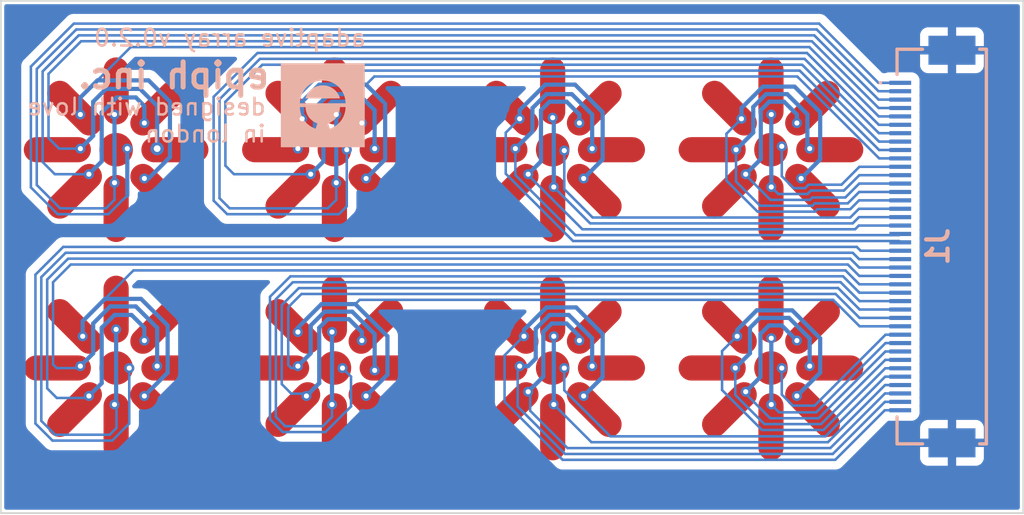
<source format=kicad_pcb>
(kicad_pcb (version 20221018) (generator pcbnew)
  (layers (0 "F.Cu" signal) (31 "B.Cu" signal) (34 "B.Paste" user) (35 "F.Paste" user) (36 "B.SilkS" user "B.Silkscreen") (37 "F.SilkS" user "F.Silkscreen") (38 "B.Mask" user) (39 "F.Mask" user) (44 "Edge.Cuts" user))
  (net 0 "")
  (net 1 "/NODE_1")
  (net 2 "/FIN1_1")
  (net 3 "/FIN2_1")
  (net 4 "/FIN3_1")
  (net 5 "/FIN4_1")
  (net 6 "/NODE_2")
  (net 7 "/FIN1_2")
  (net 8 "/FIN2_2")
  (net 9 "/FIN3_2")
  (net 10 "/FIN4_2")
  (net 11 "/NODE_3")
  (net 12 "/FIN1_3")
  (net 13 "/FIN2_3")
  (net 14 "/FIN3_3")
  (net 15 "/FIN4_3")
  (net 16 "/NODE_4")
  (net 17 "/FIN1_4")
  (net 18 "/FIN2_4")
  (net 19 "/FIN3_4")
  (net 20 "/FIN4_4")
  (net 21 "/NODE_5")
  (net 22 "/FIN1_5")
  (net 23 "/FIN2_5")
  (net 24 "/FIN3_5")
  (net 25 "/FIN4_5")
  (net 26 "/NODE_6")
  (net 27 "/FIN1_6")
  (net 28 "/FIN2_6")
  (net 29 "/FIN3_6")
  (net 30 "/FIN4_6")
  (net 31 "/NODE_7")
  (net 32 "/FIN1_7")
  (net 33 "/FIN2_7")
  (net 34 "/FIN3_7")
  (net 35 "/FIN4_7")
  (net 36 "/NODE_8")
  (net 37 "/FIN1_8")
  (net 38 "/FIN2_8")
  (net 39 "/FIN3_8")
  (net 40 "/FIN4_8")
  (net 41 "GND")
  (footprint "Epiph:adaptive-array" (layer "F.Cu") (at 50.557 32.642)
    (fp_text reference "J2" hide)
    (fp_text value "ELECTRODES" hide)
  )
  (footprint "Misc[Personal]:epiph_logo" (layer "B.Cu") (at 43.18 23.876 180)
    (fp_text reference "G***" hide)
    (fp_text value "LOGO" hide)
  )
  (footprint "Misc[Personal]:F32D1A7Y121040" (layer "B.Cu") (at 80.041 32.289 -90)
    (fp_text reference "J1")
    (fp_text value "PINOUT" hide)
  )
  (gr_rect (start 24.006 17.656) (end 84.895 48.164) (stroke (width 0.1)) (fill none) (layer "Edge.Cuts"))
  (gr_text "designed with love\nin london" (at 39.878 26.162) (layer "B.SilkS") (effects (font (size 1 1)) (justify left bottom mirror)))
  (gr_text "adaptive array v0.2.0" (at 45.847 20.447) (layer "B.SilkS") (effects (font (size 1 1)) (justify left bottom mirror)))
  (gr_text "epiph inc." (at 40.132 22.987) (layer "B.SilkS") (effects (font (size 1.5 1.5) (thickness 0.3) bold) (justify left bottom mirror)))
  (segment (start 30.872 26.522) (end 31.472 26.522) (width 0.15) (layer "F.Cu") (net 1))
  (segment (start 31.472 26.522) (end 31.537 26.457) (width 0.15) (layer "F.Cu") (net 1))
  (via (at 31.537 26.457) (size 0.6) (drill 0.3) (layers "F.Cu" "B.Cu") (net 1))
  (segment (start 72.741766 19.011) (end 76.269766 22.539) (width 0.15) (layer "B.Cu") (net 1))
  (segment (start 76.269766 22.539) (end 77.571 22.539) (width 0.15) (layer "B.Cu") (net 1))
  (segment (start 30.411974 30.363) (end 27.391526 30.363) (width 0.15) (layer "B.Cu") (net 1))
  (segment (start 25.795 21.570078) (end 28.354078 19.011) (width 0.15) (layer "B.Cu") (net 1))
  (segment (start 27.391526 30.363) (end 25.795 28.766474) (width 0.15) (layer "B.Cu") (net 1))
  (segment (start 31.283 29.505) (end 31.269974 29.505) (width 0.15) (layer "B.Cu") (net 1))
  (segment (start 28.354078 19.011) (end 72.741766 19.011) (width 0.15) (layer "B.Cu") (net 1))
  (segment (start 25.795 28.766474) (end 25.795 21.570078) (width 0.15) (layer "B.Cu") (net 1))
  (segment (start 31.269974 29.505) (end 30.411974 30.363) (width 0.15) (layer "B.Cu") (net 1))
  (segment (start 31.537 29.251) (end 31.283 29.505) (width 0.15) (layer "B.Cu") (net 1))
  (segment (start 31.537 26.457) (end 31.537 29.251) (width 0.25) (layer "B.Cu") (net 1))
  (segment (start 30.775 28.489) (end 30.775 29.925) (width 0.15) (layer "F.Cu") (net 2))
  (segment (start 30.775 29.925) (end 30.872 30.022) (width 0.15) (layer "F.Cu") (net 2))
  (via (at 30.775 24.425) (size 0.6) (drill 0.3) (layers "F.Cu" "B.Cu") (net 2))
  (via (at 30.775 28.489) (size 0.6) (drill 0.3) (layers "F.Cu" "B.Cu") (net 2))
  (segment (start 30.775 28.489) (end 30.775 29.505) (width 0.15) (layer "B.Cu") (net 2))
  (segment (start 28.499052 19.361) (end 72.596792 19.361) (width 0.15) (layer "B.Cu") (net 2))
  (segment (start 30.267 30.013) (end 27.5365 30.013) (width 0.15) (layer "B.Cu") (net 2))
  (segment (start 26.145 28.6215) (end 26.145 21.715052) (width 0.15) (layer "B.Cu") (net 2))
  (segment (start 30.775 29.505) (end 30.267 30.013) (width 0.15) (layer "B.Cu") (net 2))
  (segment (start 30.775 24.425) (end 30.775 28.489) (width 0.25) (layer "B.Cu") (net 2))
  (segment (start 27.5365 30.013) (end 26.145 28.6215) (width 0.15) (layer "B.Cu") (net 2))
  (segment (start 76.274792 23.039) (end 77.571 23.039) (width 0.15) (layer "B.Cu") (net 2))
  (segment (start 72.596792 19.361) (end 76.274792 23.039) (width 0.15) (layer "B.Cu") (net 2))
  (segment (start 26.145 21.715052) (end 28.499052 19.361) (width 0.15) (layer "B.Cu") (net 2))
  (segment (start 33.347 24.047) (end 33.347 24.139) (width 0.15) (layer "F.Cu") (net 3))
  (segment (start 28.397 28.997) (end 28.235 28.997) (width 0.15) (layer "F.Cu") (net 3))
  (segment (start 33.347 24.139) (end 32.553 24.933) (width 0.15) (layer "F.Cu") (net 3))
  (segment (start 28.397 28.835) (end 29.251 27.981) (width 0.15) (layer "F.Cu") (net 3))
  (segment (start 28.397 28.997) (end 28.397 28.835) (width 0.15) (layer "F.Cu") (net 3))
  (via (at 29.251 27.981) (size 0.6) (drill 0.3) (layers "F.Cu" "B.Cu") (net 3))
  (via (at 32.553 24.933) (size 0.6) (drill 0.3) (layers "F.Cu" "B.Cu") (net 3))
  (segment (start 30.013 27.219) (end 29.251 27.981) (width 0.25) (layer "B.Cu") (net 3))
  (segment (start 76.279818 23.539) (end 77.571 23.539) (width 0.15) (layer "B.Cu") (net 3))
  (segment (start 26.495 21.860026) (end 28.644026 19.711) (width 0.15) (layer "B.Cu") (net 3))
  (segment (start 72.451818 19.711) (end 76.279818 23.539) (width 0.15) (layer "B.Cu") (net 3))
  (segment (start 27.219 27.981) (end 26.495 27.257) (width 0.15) (layer "B.Cu") (net 3))
  (segment (start 30.907116 23.409) (end 32.045 23.409) (width 0.25) (layer "B.Cu") (net 3))
  (segment (start 26.495 27.257) (end 26.495 21.860026) (width 0.15) (layer "B.Cu") (net 3))
  (segment (start 28.644026 19.711) (end 72.451818 19.711) (width 0.15) (layer "B.Cu") (net 3))
  (segment (start 32.553 24.933) (end 32.553 23.917) (width 0.25) (layer "B.Cu") (net 3))
  (segment (start 32.045 23.409) (end 32.553 23.917) (width 0.25) (layer "B.Cu") (net 3))
  (segment (start 30.013 24.303116) (end 30.013 27.219) (width 0.25) (layer "B.Cu") (net 3))
  (segment (start 29.251 27.981) (end 27.219 27.981) (width 0.15) (layer "B.Cu") (net 3))
  (segment (start 30.907116 23.409) (end 30.013 24.303116) (width 0.25) (layer "B.Cu") (net 3))
  (segment (start 27.372 26.522) (end 28.678 26.522) (width 0.15) (layer "F.Cu") (net 4))
  (segment (start 34.372 26.522) (end 33.38 26.522) (width 0.15) (layer "F.Cu") (net 4))
  (segment (start 28.678 26.522) (end 28.743 26.457) (width 0.15) (layer "F.Cu") (net 4))
  (segment (start 27.372 26.522) (end 27.408 26.522) (width 0.15) (layer "F.Cu") (net 4))
  (segment (start 27.408 26.522) (end 27.473 26.457) (width 0.15) (layer "F.Cu") (net 4))
  (segment (start 33.38 26.522) (end 33.315 26.457) (width 0.15) (layer "F.Cu") (net 4))
  (via (at 33.315 26.457) (size 0.8) (drill 0.4) (layers "F.Cu" "B.Cu") (net 4))
  (via (at 28.743 26.457) (size 0.6) (drill 0.3) (layers "F.Cu" "B.Cu") (net 4))
  (segment (start 28.743 26.457) (end 27.473 26.457) (width 0.15) (layer "B.Cu") (net 4))
  (segment (start 76.284844 24.039) (end 77.571 24.039) (width 0.15) (layer "B.Cu") (net 4))
  (segment (start 29.505 25.695) (end 29.505 23.663) (width 0.25) (layer "B.Cu") (net 4))
  (segment (start 27.473 26.457) (end 26.845 25.829) (width 0.15) (layer "B.Cu") (net 4))
  (segment (start 28.743 26.457) (end 29.505 25.695) (width 0.25) (layer "B.Cu") (net 4))
  (segment (start 72.306844 20.061) (end 76.284844 24.039) (width 0.15) (layer "B.Cu") (net 4))
  (segment (start 28.789 20.061) (end 72.306844 20.061) (width 0.15) (layer "B.Cu") (net 4))
  (segment (start 26.845 22.005) (end 28.789 20.061) (width 0.15) (layer "B.Cu") (net 4))
  (segment (start 26.845 25.829) (end 26.845 22.005) (width 0.15) (layer "B.Cu") (net 4))
  (segment (start 33.315 26.457) (end 33.315 23.917) (width 0.25) (layer "B.Cu") (net 4))
  (segment (start 33.315 23.917) (end 32.299 22.901) (width 0.25) (layer "B.Cu") (net 4))
  (segment (start 29.505 23.663) (end 30.267 22.901) (width 0.25) (layer "B.Cu") (net 4))
  (segment (start 30.267 22.901) (end 32.299 22.901) (width 0.25) (layer "B.Cu") (net 4))
  (segment (start 33.347 28.997) (end 33.315 28.997) (width 0.15) (layer "F.Cu") (net 5))
  (segment (start 33.315 28.997) (end 32.553 28.235) (width 0.15) (layer "F.Cu") (net 5))
  (segment (start 28.397 24.079) (end 28.489 24.171) (width 0.15) (layer "F.Cu") (net 5))
  (segment (start 28.397 24.079) (end 28.743 24.425) (width 0.15) (layer "F.Cu") (net 5))
  (segment (start 28.397 24.047) (end 28.397 24.079) (width 0.15) (layer "F.Cu") (net 5))
  (via (at 32.553 28.235) (size 0.6) (drill 0.3) (layers "F.Cu" "B.Cu") (net 5))
  (via (at 28.743 24.425) (size 0.6) (drill 0.3) (layers "F.Cu" "B.Cu") (net 5))
  (segment (start 29.759 22.393) (end 31.741 20.411) (width 0.15) (layer "B.Cu") (net 5))
  (segment (start 32.807 22.393) (end 34.077 23.663) (width 0.25) (layer "B.Cu") (net 5))
  (segment (start 32.807 28.235) (end 32.553 28.235) (width 0.15) (layer "B.Cu") (net 5))
  (segment (start 34.077 23.663) (end 34.077 26.965) (width 0.25) (layer "B.Cu") (net 5))
  (segment (start 28.743 23.409) (end 29.759 22.393) (width 0.25) (layer "B.Cu") (net 5))
  (segment (start 34.077 26.965) (end 32.807 28.235) (width 0.25) (layer "B.Cu") (net 5))
  (segment (start 76.28987 24.539) (end 77.571 24.539) (width 0.15) (layer "B.Cu") (net 5))
  (segment (start 31.741 20.411) (end 72.16187 20.411) (width 0.15) (layer "B.Cu") (net 5))
  (segment (start 29.759 22.393) (end 32.807 22.393) (width 0.25) (layer "B.Cu") (net 5))
  (segment (start 72.16187 20.411) (end 76.28987 24.539) (width 0.15) (layer "B.Cu") (net 5))
  (segment (start 28.743 24.425) (end 28.743 23.409) (width 0.25) (layer "B.Cu") (net 5))
  (segment (start 44.426 26.522) (end 44.491 26.457) (width 0.15) (layer "F.Cu") (net 6))
  (segment (start 43.872 26.522) (end 44.6075 26.522) (width 0.15) (layer "F.Cu") (net 6))
  (via (at 44.6075 26.522) (size 0.6) (drill 0.3) (layers "F.Cu" "B.Cu") (net 6))
  (segment (start 44.6075 29.8965) (end 44.141 30.363) (width 0.15) (layer "B.Cu") (net 6))
  (segment (start 37.488025 30.363) (end 36.679 29.553974) (width 0.15) (layer "B.Cu") (net 6))
  (segment (start 44.6075 26.522) (end 44.6075 29.8965) (width 0.15) (layer "B.Cu") (net 6))
  (segment (start 36.679 23.373052) (end 39.291052 20.761) (width 0.15) (layer "B.Cu") (net 6))
  (segment (start 72.016896 20.761) (end 76.294896 25.039) (width 0.15) (layer "B.Cu") (net 6))
  (segment (start 44.141 30.363) (end 37.488025 30.363) (width 0.15) (layer "B.Cu") (net 6))
  (segment (start 76.294896 25.039) (end 77.571 25.039) (width 0.15) (layer "B.Cu") (net 6))
  (segment (start 39.291052 20.761) (end 72.016896 20.761) (width 0.15) (layer "B.Cu") (net 6))
  (segment (start 36.679 29.553974) (end 36.679 23.373052) (width 0.15) (layer "B.Cu") (net 6))
  (segment (start 43.983 29.911) (end 43.872 30.022) (width 0.15) (layer "F.Cu") (net 7))
  (segment (start 43.872 28.6) (end 43.983 28.489) (width 0.15) (layer "F.Cu") (net 7))
  (segment (start 43.872 23.022) (end 43.872 24.314) (width 0.15) (layer "F.Cu") (net 7))
  (segment (start 43.872 24.314) (end 43.983 24.425) (width 0.15) (layer "F.Cu") (net 7))
  (segment (start 43.872 30.022) (end 43.872 28.6) (width 0.15) (layer "F.Cu") (net 7))
  (segment (start 43.983 28.489) (end 43.983 29.911) (width 0.15) (layer "F.Cu") (net 7))
  (via (at 43.983 24.425) (size 0.6) (drill 0.3) (layers "F.Cu" "B.Cu") (net 7))
  (via (at 43.983 28.489) (size 0.6) (drill 0.3) (layers "F.Cu" "B.Cu") (net 7))
  (segment (start 43.983 24.425) (end 43.983 28.489) (width 0.25) (layer "B.Cu") (net 7))
  (segment (start 43.983 29.505) (end 43.475 30.013) (width 0.15) (layer "B.Cu") (net 7))
  (segment (start 76.299922 25.539) (end 77.571 25.539) (width 0.15) (layer "B.Cu") (net 7))
  (segment (start 39.436026 21.111) (end 71.871922 21.111) (width 0.15) (layer "B.Cu") (net 7))
  (segment (start 43.475 30.013) (end 37.633 30.013) (width 0.15) (layer "B.Cu") (net 7))
  (segment (start 71.871922 21.111) (end 76.299922 25.539) (width 0.15) (layer "B.Cu") (net 7))
  (segment (start 37.029 23.518026) (end 39.436026 21.111) (width 0.15) (layer "B.Cu") (net 7))
  (segment (start 43.983 28.489) (end 43.983 29.505) (width 0.15) (layer "B.Cu") (net 7))
  (segment (start 37.029 29.409) (end 37.029 23.518026) (width 0.15) (layer "B.Cu") (net 7))
  (segment (start 37.633 30.013) (end 37.029 29.409) (width 0.15) (layer "B.Cu") (net 7))
  (segment (start 46.347 24.093) (end 45.507 24.933) (width 0.15) (layer "F.Cu") (net 8))
  (segment (start 41.397 28.997) (end 41.443 28.997) (width 0.15) (layer "F.Cu") (net 8))
  (segment (start 41.443 28.997) (end 42.459 27.981) (width 0.15) (layer "F.Cu") (net 8))
  (segment (start 46.347 24.047) (end 46.347 24.093) (width 0.15) (layer "F.Cu") (net 8))
  (via (at 45.507 24.933) (size 0.6) (drill 0.3) (layers "F.Cu" "B.Cu") (net 8))
  (via (at 42.459 27.981) (size 0.6) (drill 0.3) (layers "F.Cu" "B.Cu") (net 8))
  (segment (start 37.887 27.981) (end 37.379 27.473) (width 0.15) (layer "B.Cu") (net 8))
  (segment (start 71.726948 21.461) (end 76.304948 26.039) (width 0.15) (layer "B.Cu") (net 8))
  (segment (start 37.379 23.663) (end 39.581 21.461) (width 0.15) (layer "B.Cu") (net 8))
  (segment (start 42.459 27.981) (end 43.221 27.219) (width 0.25) (layer "B.Cu") (net 8))
  (segment (start 39.581 21.461) (end 71.726948 21.461) (width 0.15) (layer "B.Cu") (net 8))
  (segment (start 43.221 27.219) (end 43.221 24.171) (width 0.25) (layer "B.Cu") (net 8))
  (segment (start 43.221 24.171) (end 43.729 23.663) (width 0.25) (layer "B.Cu") (net 8))
  (segment (start 37.379 27.473) (end 37.379 23.663) (width 0.15) (layer "B.Cu") (net 8))
  (segment (start 76.304948 26.039) (end 77.571 26.039) (width 0.15) (layer "B.Cu") (net 8))
  (segment (start 45.507 24.425) (end 45.507 24.933) (width 0.25) (layer "B.Cu") (net 8))
  (segment (start 44.745 23.663) (end 45.507 24.425) (width 0.25) (layer "B.Cu") (net 8))
  (segment (start 43.729 23.663) (end 44.745 23.663) (width 0.25) (layer "B.Cu") (net 8))
  (segment (start 42.459 27.981) (end 37.887 27.981) (width 0.15) (layer "B.Cu") (net 8))
  (segment (start 47.372 26.522) (end 46.334 26.522) (width 0.15) (layer "F.Cu") (net 9))
  (segment (start 46.334 26.522) (end 46.269 26.457) (width 0.15) (layer "F.Cu") (net 9))
  (segment (start 40.372 26.522) (end 41.632 26.522) (width 0.15) (layer "F.Cu") (net 9))
  (segment (start 41.632 26.522) (end 41.697 26.457) (width 0.15) (layer "F.Cu") (net 9))
  (via (at 46.269 26.457) (size 0.6) (drill 0.3) (layers "F.Cu" "B.Cu") (net 9))
  (via (at 41.697 26.457) (size 0.6) (drill 0.3) (layers "F.Cu" "B.Cu") (net 9))
  (segment (start 42.713 24.042604) (end 43.542604 23.213) (width 0.25) (layer "B.Cu") (net 9))
  (segment (start 42.713 25.441) (end 42.713 24.042604) (width 0.25) (layer "B.Cu") (net 9))
  (segment (start 41.551 23.568026) (end 41.551 23.497314) (width 0.15) (layer "B.Cu") (net 9))
  (segment (start 41.551 23.497314) (end 43.237315 21.811) (width 0.15) (layer "B.Cu") (net 9))
  (segment (start 46.269 24.171) (end 46.269 26.457) (width 0.25) (layer "B.Cu") (net 9))
  (segment (start 71.581974 21.811) (end 76.309974 26.539) (width 0.15) (layer "B.Cu") (net 9))
  (segment (start 41.376 26.136) (end 41.376 23.743026) (width 0.15) (layer "B.Cu") (net 9))
  (segment (start 43.542604 23.213) (end 45.311 23.213) (width 0.25) (layer "B.Cu") (net 9))
  (segment (start 41.697 26.457) (end 41.376 26.136) (width 0.15) (layer "B.Cu") (net 9))
  (segment (start 41.697 26.457) (end 42.713 25.441) (width 0.25) (layer "B.Cu") (net 9))
  (segment (start 45.311 23.213) (end 46.269 24.171) (width 0.25) (layer "B.Cu") (net 9))
  (segment (start 41.376 23.743026) (end 41.551 23.568026) (width 0.15) (layer "B.Cu") (net 9))
  (segment (start 76.309974 26.539) (end 77.571 26.539) (width 0.15) (layer "B.Cu") (net 9))
  (segment (start 43.237315 21.811) (end 71.581974 21.811) (width 0.15) (layer "B.Cu") (net 9))
  (segment (start 41.397 24.047) (end 41.397 24.125) (width 0.15) (layer "F.Cu") (net 10))
  (segment (start 46.347 28.821) (end 45.761 28.235) (width 0.15) (layer "F.Cu") (net 10))
  (segment (start 46.347 28.997) (end 46.347 28.821) (width 0.15) (layer "F.Cu") (net 10))
  (segment (start 41.397 24.125) (end 41.951 24.679) (width 0.15) (layer "F.Cu") (net 10))
  (via (at 41.951 24.679) (size 0.6) (drill 0.3) (layers "F.Cu" "B.Cu") (net 10))
  (via (at 45.761 28.235) (size 0.6) (drill 0.3) (layers "F.Cu" "B.Cu") (net 10))
  (segment (start 71.437 22.161) (end 46.247 22.161) (width 0.15) (layer "B.Cu") (net 10))
  (segment (start 46.777 23.663) (end 46.894 23.78) (width 0.15) (layer "B.Cu") (net 10))
  (segment (start 46.894 27.102) (end 45.761 28.235) (width 0.25) (layer "B.Cu") (net 10))
  (segment (start 45.761 22.647) (end 46.777 23.663) (width 0.25) (layer "B.Cu") (net 10))
  (segment (start 41.951 23.663) (end 42.967 22.647) (width 0.25) (layer "B.Cu") (net 10))
  (segment (start 46.894 23.78) (end 46.894 27.102) (width 0.25) (layer "B.Cu") (net 10))
  (segment (start 76.315 27.039) (end 71.437 22.161) (width 0.15) (layer "B.Cu") (net 10))
  (segment (start 46.247 22.161) (end 45.761 22.647) (width 0.15) (layer "B.Cu") (net 10))
  (segment (start 77.571 27.039) (end 76.315 27.039) (width 0.15) (layer "B.Cu") (net 10))
  (segment (start 42.967 22.647) (end 45.761 22.647) (width 0.25) (layer "B.Cu") (net 10))
  (segment (start 41.951 24.679) (end 41.951 23.663) (width 0.25) (layer "B.Cu") (net 10))
  (segment (start 57.51 26.522) (end 57.562 26.574) (width 0.15) (layer "F.Cu") (net 11))
  (segment (start 56.872 26.522) (end 57.51 26.522) (width 0.15) (layer "F.Cu") (net 11))
  (via (at 57.562 26.574) (size 0.6) (drill 0.3) (layers "F.Cu" "B.Cu") (net 11))
  (segment (start 57.562 28.873026) (end 59.248974 30.56) (width 0.15) (layer "B.Cu") (net 11))
  (segment (start 59.248974 30.56) (end 74.59287 30.56) (width 0.15) (layer "B.Cu") (net 11))
  (segment (start 57.562 26.574) (end 57.562 28.873026) (width 0.15) (layer "B.Cu") (net 11))
  (segment (start 74.59287 30.56) (end 75.11387 30.039) (width 0.15) (layer "B.Cu") (net 11))
  (segment (start 75.11387 30.039) (end 77.571 30.039) (width 0.15) (layer "B.Cu") (net 11))
  (segment (start 56.872 28.808) (end 56.937 28.743) (width 0.15) (layer "F.Cu") (net 12))
  (segment (start 56.872 30.022) (end 56.872 28.808) (width 0.15) (layer "F.Cu") (net 12))
  (segment (start 56.872 24.614) (end 56.937 24.679) (width 0.15) (layer "F.Cu") (net 12))
  (segment (start 56.872 23.022) (end 56.872 24.614) (width 0.15) (layer "F.Cu") (net 12))
  (via (at 56.937 28.743) (size 0.6) (drill 0.3) (layers "F.Cu" "B.Cu") (net 12))
  (via (at 56.872 24.614) (size 0.6) (drill 0.3) (layers "F.Cu" "B.Cu") (net 12))
  (segment (start 75.108844 30.539) (end 77.571 30.539) (width 0.15) (layer "B.Cu") (net 12))
  (segment (start 74.737844 30.91) (end 75.108844 30.539) (width 0.15) (layer "B.Cu") (net 12))
  (segment (start 59.104 30.91) (end 74.737844 30.91) (width 0.15) (layer "B.Cu") (net 12))
  (segment (start 56.937 28.743) (end 59.104 30.91) (width 0.15) (layer "B.Cu") (net 12))
  (segment (start 56.937 24.679) (end 56.872 24.614) (width 0.15) (layer "B.Cu") (net 12))
  (segment (start 56.937 28.743) (end 56.937 24.679) (width 0.25) (layer "B.Cu") (net 12))
  (segment (start 59.347 24.047) (end 58.461 24.933) (width 0.15) (layer "F.Cu") (net 13))
  (segment (start 54.397 28.997) (end 55.413 27.981) (width 0.15) (layer "F.Cu") (net 13))
  (via (at 55.413 27.981) (size 0.6) (drill 0.3) (layers "F.Cu" "B.Cu") (net 13))
  (via (at 58.461 24.933) (size 0.6) (drill 0.3) (layers "F.Cu" "B.Cu") (net 13))
  (segment (start 55.413 27.981) (end 56.175 27.219) (width 0.25) (layer "B.Cu") (net 13))
  (segment (start 56.683 23.663) (end 57.699 23.663) (width 0.25) (layer "B.Cu") (net 13))
  (segment (start 57.699 23.663) (end 58.461 24.425) (width 0.25) (layer "B.Cu") (net 13))
  (segment (start 74.882818 31.26) (end 75.103818 31.039) (width 0.15) (layer "B.Cu") (net 13))
  (segment (start 58.461 24.425) (end 58.461 24.933) (width 0.25) (layer "B.Cu") (net 13))
  (segment (start 56.175 24.171) (end 56.683 23.663) (width 0.25) (layer "B.Cu") (net 13))
  (segment (start 75.103818 31.039) (end 77.571 31.039) (width 0.15) (layer "B.Cu") (net 13))
  (segment (start 55.413 27.981) (end 55.413 28.032173) (width 0.15) (layer "B.Cu") (net 13))
  (segment (start 56.175 27.219) (end 56.175 24.171) (width 0.25) (layer "B.Cu") (net 13))
  (segment (start 55.413 28.032173) (end 58.640827 31.26) (width 0.15) (layer "B.Cu") (net 13))
  (segment (start 58.640827 31.26) (end 74.882818 31.26) (width 0.15) (layer "B.Cu") (net 13))
  (segment (start 53.372 26.522) (end 54.586 26.522) (width 0.15) (layer "F.Cu") (net 14))
  (segment (start 60.372 26.522) (end 59.288 26.522) (width 0.15) (layer "F.Cu") (net 14))
  (segment (start 54.586 26.522) (end 54.651 26.457) (width 0.15) (layer "F.Cu") (net 14))
  (segment (start 59.288 26.522) (end 59.223 26.457) (width 0.15) (layer "F.Cu") (net 14))
  (via (at 54.651 26.457) (size 0.6) (drill 0.3) (layers "F.Cu" "B.Cu") (net 14))
  (via (at 59.223 26.457) (size 0.6) (drill 0.3) (layers "F.Cu" "B.Cu") (net 14))
  (segment (start 54.651 26.457) (end 55.667 25.441) (width 0.25) (layer "B.Cu") (net 14))
  (segment (start 55.667 24.042604) (end 56.496604 23.213) (width 0.25) (layer "B.Cu") (net 14))
  (segment (start 58.228827 31.61) (end 77.5 31.61) (width 0.15) (layer "B.Cu") (net 14))
  (segment (start 77.5 31.61) (end 77.571 31.539) (width 0.15) (layer "B.Cu") (net 14))
  (segment (start 58.011 23.213) (end 59.223 24.425) (width 0.25) (layer "B.Cu") (net 14))
  (segment (start 55.667 24.171) (end 55.667 24.042604) (width 0.25) (layer "B.Cu") (net 14))
  (segment (start 54.651 28.032173) (end 58.228827 31.61) (width 0.15) (layer "B.Cu") (net 14))
  (segment (start 59.223 24.425) (end 59.223 26.457) (width 0.25) (layer "B.Cu") (net 14))
  (segment (start 55.667 25.441) (end 55.667 24.171) (width 0.25) (layer "B.Cu") (net 14))
  (segment (start 54.651 26.457) (end 54.651 28.032173) (width 0.15) (layer "B.Cu") (net 14))
  (segment (start 56.496604 23.213) (end 58.011 23.213) (width 0.25) (layer "B.Cu") (net 14))
  (segment (start 59.347 28.867) (end 58.715 28.235) (width 0.15) (layer "F.Cu") (net 15))
  (segment (start 54.397 24.171) (end 54.905 24.679) (width 0.15) (layer "F.Cu") (net 15))
  (segment (start 54.397 24.047) (end 54.397 24.171) (width 0.15) (layer "F.Cu") (net 15))
  (segment (start 59.347 28.997) (end 59.347 28.867) (width 0.15) (layer "F.Cu") (net 15))
  (via (at 54.905 24.679) (size 0.6) (drill 0.3) (layers "F.Cu" "B.Cu") (net 15))
  (via (at 58.715 28.235) (size 0.6) (drill 0.3) (layers "F.Cu" "B.Cu") (net 15))
  (segment (start 59.848 27.102) (end 58.715 28.235) (width 0.25) (layer "B.Cu") (net 15))
  (segment (start 58.207 22.647) (end 59.731 24.171) (width 0.25) (layer "B.Cu") (net 15))
  (segment (start 77.492 31.96) (end 77.571 32.039) (width 0.15) (layer "B.Cu") (net 15))
  (segment (start 54.076 25.508) (end 54.076 27.952147) (width 0.15) (layer "B.Cu") (net 15))
  (segment (start 59.731 24.171) (end 59.848 24.288) (width 0.25) (layer "B.Cu") (net 15))
  (segment (start 54.905 24.679) (end 54.076 25.508) (width 0.15) (layer "B.Cu") (net 15))
  (segment (start 54.905 24.679) (end 54.905 24.168208) (width 0.25) (layer "B.Cu") (net 15))
  (segment (start 56.426208 22.647) (end 58.207 22.647) (width 0.25) (layer "B.Cu") (net 15))
  (segment (start 54.076 27.952147) (end 58.083853 31.96) (width 0.15) (layer "B.Cu") (net 15))
  (segment (start 58.083853 31.96) (end 77.492 31.96) (width 0.15) (layer "B.Cu") (net 15))
  (segment (start 59.848 24.288) (end 59.848 27.102) (width 0.25) (layer "B.Cu") (net 15))
  (segment (start 54.905 24.168208) (end 56.426208 22.647) (width 0.25) (layer "B.Cu") (net 15))
  (segment (start 69.872 26.522) (end 70.314 26.522) (width 0.15) (layer "F.Cu") (net 16))
  (segment (start 70.314 26.522) (end 70.516 26.32) (width 0.15) (layer "F.Cu") (net 16))
  (via (at 70.516 26.32) (size 0.6) (drill 0.3) (layers "F.Cu" "B.Cu") (net 16))
  (segment (start 70.516 26.32) (end 70.516 28.098) (width 0.15) (layer "B.Cu") (net 16))
  (segment (start 74.072 28.606) (end 75.139 27.539) (width 0.15) (layer "B.Cu") (net 16))
  (segment (start 71.228 28.81) (end 71.907173 28.81) (width 0.15) (layer "B.Cu") (net 16))
  (segment (start 72.111173 28.606) (end 74.072 28.606) (width 0.15) (layer "B.Cu") (net 16))
  (segment (start 71.907173 28.81) (end 72.111173 28.606) (width 0.15) (layer "B.Cu") (net 16))
  (segment (start 75.139 27.539) (end 77.571 27.539) (width 0.15) (layer "B.Cu") (net 16))
  (segment (start 70.516 28.098) (end 71.228 28.81) (width 0.15) (layer "B.Cu") (net 16))
  (segment (start 69.872 28.762) (end 69.891 28.743) (width 0.15) (layer "F.Cu") (net 17))
  (segment (start 69.872 30.022) (end 69.872 28.762) (width 0.15) (layer "F.Cu") (net 17))
  (segment (start 69.872 23.022) (end 69.872 24.406) (width 0.15) (layer "F.Cu") (net 17))
  (segment (start 69.872 24.406) (end 69.891 24.425) (width 0.15) (layer "F.Cu") (net 17))
  (via (at 69.891 24.425) (size 0.6) (drill 0.3) (layers "F.Cu" "B.Cu") (net 17))
  (via (at 69.891 28.743) (size 0.6) (drill 0.3) (layers "F.Cu" "B.Cu") (net 17))
  (segment (start 69.891 28.743) (end 70.308 29.16) (width 0.15) (layer "B.Cu") (net 17))
  (segment (start 72.256147 28.956) (end 74.216974 28.956) (width 0.15) (layer "B.Cu") (net 17))
  (segment (start 74.216974 28.956) (end 75.133974 28.039) (width 0.15) (layer "B.Cu") (net 17))
  (segment (start 75.133974 28.039) (end 77.571 28.039) (width 0.15) (layer "B.Cu") (net 17))
  (segment (start 72.052147 29.16) (end 72.256147 28.956) (width 0.15) (layer "B.Cu") (net 17))
  (segment (start 69.891 24.425) (end 69.891 28.743) (width 0.25) (layer "B.Cu") (net 17))
  (segment (start 70.308 29.16) (end 72.052147 29.16) (width 0.15) (layer "B.Cu") (net 17))
  (segment (start 72.347 24.047) (end 72.301 24.047) (width 0.15) (layer "F.Cu") (net 18))
  (segment (start 67.397 28.997) (end 67.397 28.951) (width 0.15) (layer "F.Cu") (net 18))
  (segment (start 67.397 28.951) (end 68.367 27.981) (width 0.15) (layer "F.Cu") (net 18))
  (segment (start 72.301 24.047) (end 71.415 24.933) (width 0.15) (layer "F.Cu") (net 18))
  (via (at 71.415 24.933) (size 0.6) (drill 0.3) (layers "F.Cu" "B.Cu") (net 18))
  (via (at 68.367 27.981) (size 0.6) (drill 0.3) (layers "F.Cu" "B.Cu") (net 18))
  (segment (start 75.128948 28.539) (end 77.571 28.539) (width 0.15) (layer "B.Cu") (net 18))
  (segment (start 74.299948 29.368) (end 75.128948 28.539) (width 0.15) (layer "B.Cu") (net 18))
  (segment (start 68.367 27.981) (end 69.266 27.082) (width 0.25) (layer "B.Cu") (net 18))
  (segment (start 69.844827 29.51) (end 72.197122 29.51) (width 0.15) (layer "B.Cu") (net 18))
  (segment (start 72.197122 29.51) (end 72.339122 29.368) (width 0.15) (layer "B.Cu") (net 18))
  (segment (start 69.769116 23.663) (end 70.653 23.663) (width 0.25) (layer "B.Cu") (net 18))
  (segment (start 68.367 27.981) (end 68.367 28.032173) (width 0.15) (layer "B.Cu") (net 18))
  (segment (start 69.266 27.082) (end 69.266 24.166116) (width 0.25) (layer "B.Cu") (net 18))
  (segment (start 68.367 28.032173) (end 69.844827 29.51) (width 0.15) (layer "B.Cu") (net 18))
  (segment (start 71.415 24.425) (end 71.415 24.933) (width 0.25) (layer "B.Cu") (net 18))
  (segment (start 69.266 24.166116) (end 69.769116 23.663) (width 0.25) (layer "B.Cu") (net 18))
  (segment (start 72.339122 29.368) (end 74.299948 29.368) (width 0.15) (layer "B.Cu") (net 18))
  (segment (start 70.653 23.663) (end 71.415 24.425) (width 0.25) (layer "B.Cu") (net 18))
  (segment (start 72.242 26.522) (end 72.177 26.457) (width 0.15) (layer "F.Cu") (net 19))
  (segment (start 66.372 26.522) (end 67.794 26.522) (width 0.15) (layer "F.Cu") (net 19))
  (segment (start 73.372 26.522) (end 72.242 26.522) (width 0.15) (layer "F.Cu") (net 19))
  (via (at 67.794 26.522) (size 0.6) (drill 0.3) (layers "F.Cu" "B.Cu") (net 19))
  (via (at 72.177 26.457) (size 0.6) (drill 0.3) (layers "F.Cu" "B.Cu") (net 19))
  (segment (start 69.23 29.86) (end 72.342096 29.86) (width 0.15) (layer "B.Cu") (net 19))
  (segment (start 67.792 26.524) (end 67.792 28.422) (width 0.15) (layer "B.Cu") (net 19))
  (segment (start 67.792 28.422) (end 69.23 29.86) (width 0.15) (layer "B.Cu") (net 19))
  (segment (start 68.816 25.5) (end 68.816 23.97972) (width 0.25) (layer "B.Cu") (net 19))
  (segment (start 72.484096 29.718) (end 74.444922 29.718) (width 0.15) (layer "B.Cu") (net 19))
  (segment (start 72.342096 29.86) (end 72.484096 29.718) (width 0.15) (layer "B.Cu") (net 19))
  (segment (start 67.794 26.522) (end 68.816 25.5) (width 0.25) (layer "B.Cu") (net 19))
  (segment (start 72.04 26.32) (end 72.177 26.457) (width 0.15) (layer "B.Cu") (net 19))
  (segment (start 74.444922 29.718) (end 75.123922 29.039) (width 0.15) (layer "B.Cu") (net 19))
  (segment (start 75.123922 29.039) (end 77.571 29.039) (width 0.15) (layer "B.Cu") (net 19))
  (segment (start 72.04 24.413604) (end 72.04 26.32) (width 0.25) (layer "B.Cu") (net 19))
  (segment (start 68.816 23.97972) (end 69.58272 23.213) (width 0.25) (layer "B.Cu") (net 19))
  (segment (start 67.794 26.522) (end 67.792 26.524) (width 0.15) (layer "B.Cu") (net 19))
  (segment (start 69.58272 23.213) (end 70.839396 23.213) (width 0.25) (layer "B.Cu") (net 19))
  (segment (start 70.839396 23.213) (end 72.04 24.413604) (width 0.25) (layer "B.Cu") (net 19))
  (segment (start 72.347 28.913) (end 71.669 28.235) (width 0.15) (layer "F.Cu") (net 20))
  (segment (start 67.481 24.047) (end 68.113 24.679) (width 0.15) (layer "F.Cu") (net 20))
  (segment (start 72.347 28.997) (end 72.347 28.913) (width 0.15) (layer "F.Cu") (net 20))
  (segment (start 67.397 24.047) (end 67.481 24.047) (width 0.15) (layer "F.Cu") (net 20))
  (via (at 68.113 24.679) (size 0.6) (drill 0.3) (layers "F.Cu" "B.Cu") (net 20))
  (via (at 71.669 28.235) (size 0.6) (drill 0.3) (layers "F.Cu" "B.Cu") (net 20))
  (segment (start 74.589896 30.068) (end 75.118896 29.539) (width 0.15) (layer "B.Cu") (net 20))
  (segment (start 72.802 27.102) (end 71.669 28.235) (width 0.25) (layer "B.Cu") (net 20))
  (segment (start 71.277 22.763) (end 72.802 24.288) (width 0.25) (layer "B.Cu") (net 20))
  (segment (start 69.072 30.21) (end 72.48707 30.21) (width 0.15) (layer "B.Cu") (net 20))
  (segment (start 72.48707 30.21) (end 72.62907 30.068) (width 0.15) (layer "B.Cu") (net 20))
  (segment (start 68.113 24.046324) (end 69.396324 22.763) (width 0.25) (layer "B.Cu") (net 20))
  (segment (start 69.396324 22.763) (end 71.277 22.763) (width 0.25) (layer "B.Cu") (net 20))
  (segment (start 72.62907 30.068) (end 74.589896 30.068) (width 0.15) (layer "B.Cu") (net 20))
  (segment (start 68.113 24.679) (end 67.219 25.573) (width 0.15) (layer "B.Cu") (net 20))
  (segment (start 67.219 25.573) (end 67.219 28.357) (width 0.15) (layer "B.Cu") (net 20))
  (segment (start 68.113 24.679) (end 68.113 24.046324) (width 0.25) (layer "B.Cu") (net 20))
  (segment (start 72.802 24.288) (end 72.802 27.102) (width 0.25) (layer "B.Cu") (net 20))
  (segment (start 67.219 28.357) (end 69.072 30.21) (width 0.15) (layer "B.Cu") (net 20))
  (segment (start 75.118896 29.539) (end 77.571 29.539) (width 0.15) (layer "B.Cu") (net 20))
  (segment (start 31.648 39.522) (end 31.654 39.528) (width 0.15) (layer "F.Cu") (net 21))
  (segment (start 30.872 39.522) (end 31.648 39.522) (width 0.15) (layer "F.Cu") (net 21))
  (via (at 31.654 39.528) (size 0.6) (drill 0.3) (layers "F.Cu" "B.Cu") (net 21))
  (segment (start 31.654 42.83) (end 30.638 43.846) (width 0.15) (layer "B.Cu") (net 21))
  (segment (start 74.982 32.31) (end 75.211 32.539) (width 0.15) (layer "B.Cu") (net 21))
  (segment (start 27.722052 32.31) (end 74.982 32.31) (width 0.15) (layer "B.Cu") (net 21))
  (segment (start 30.638 43.846) (end 27.082 43.846) (width 0.15) (layer "B.Cu") (net 21))
  (segment (start 31.654 39.528) (end 31.654 42.83) (width 0.15) (layer "B.Cu") (net 21))
  (segment (start 75.211 32.539) (end 77.571 32.539) (width 0.15) (layer "B.Cu") (net 21))
  (segment (start 26.066 42.83) (end 26.066 33.966052) (width 0.15) (layer "B.Cu") (net 21))
  (segment (start 26.066 33.966052) (end 27.722052 32.31) (width 0.15) (layer "B.Cu") (net 21))
  (segment (start 27.082 43.846) (end 26.066 42.83) (width 0.15) (layer "B.Cu") (net 21))
  (segment (start 30.872 36.022) (end 30.872 37.222) (width 0.25) (layer "F.Cu") (net 22))
  (segment (start 30.872 41.794) (end 30.775 41.697) (width 0.25) (layer "F.Cu") (net 22))
  (segment (start 30.872 37.222) (end 31.029 37.379) (width 0.25) (layer "F.Cu") (net 22))
  (segment (start 30.872 37.536) (end 30.775 37.633) (width 0.25) (layer "F.Cu") (net 22))
  (segment (start 30.872 43.022) (end 30.872 41.794) (width 0.25) (layer "F.Cu") (net 22))
  (via (at 30.775 41.697) (size 0.6) (drill 0.3) (layers "F.Cu" "B.Cu") (net 22))
  (via (at 30.872 37.222) (size 0.6) (drill 0.3) (layers "F.Cu" "B.Cu") (net 22))
  (segment (start 27.867026 32.66) (end 74.741026 32.66) (width 0.15) (layer "B.Cu") (net 22))
  (segment (start 27.24 43.496) (end 26.416 42.672) (width 0.15) (layer "B.Cu") (net 22))
  (segment (start 30.872 37.222) (end 30.872 41.6) (width 0.25) (layer "B.Cu") (net 22))
  (segment (start 74.741026 32.66) (end 75.120026 33.039) (width 0.15) (layer "B.Cu") (net 22))
  (segment (start 30.775 41.697) (end 30.892 41.814) (width 0.25) (layer "B.Cu") (net 22))
  (segment (start 30.872 41.6) (end 30.775 41.697) (width 0.25) (layer "B.Cu") (net 22))
  (segment (start 26.416 42.672) (end 26.416 34.111026) (width 0.15) (layer "B.Cu") (net 22))
  (segment (start 30.892 41.814) (end 30.892 43.097026) (width 0.15) (layer "B.Cu") (net 22))
  (segment (start 26.416 34.111026) (end 27.867026 32.66) (width 0.15) (layer "B.Cu") (net 22))
  (segment (start 30.493026 43.496) (end 27.24 43.496) (width 0.15) (layer "B.Cu") (net 22))
  (segment (start 75.120026 33.039) (end 77.571 33.039) (width 0.15) (layer "B.Cu") (net 22))
  (segment (start 30.892 43.097026) (end 30.493026 43.496) (width 0.15) (layer "B.Cu") (net 22))
  (segment (start 28.397 41.997) (end 28.443 41.997) (width 0.25) (layer "F.Cu") (net 23))
  (segment (start 33.347 37.047) (end 33.347 37.093) (width 0.25) (layer "F.Cu") (net 23))
  (segment (start 28.443 41.997) (end 29.251 41.189) (width 0.25) (layer "F.Cu") (net 23))
  (segment (start 33.347 37.093) (end 32.553 37.887) (width 0.25) (layer "F.Cu") (net 23))
  (via (at 32.553 37.887) (size 0.6) (drill 0.3) (layers "F.Cu" "B.Cu") (net 23))
  (via (at 29.251 41.189) (size 0.6) (drill 0.3) (layers "F.Cu" "B.Cu") (net 23))
  (segment (start 30.013 37.125) (end 30.775 36.363) (width 0.25) (layer "B.Cu") (net 23))
  (segment (start 29.251 41.189) (end 30.013 40.427) (width 0.25) (layer "B.Cu") (net 23))
  (segment (start 30.775 36.363) (end 31.791 36.363) (width 0.25) (layer "B.Cu") (net 23))
  (segment (start 26.766 40.736) (end 26.766 34.256) (width 0.15) (layer "B.Cu") (net 23))
  (segment (start 29.368 41.306) (end 27.336 41.306) (width 0.15) (layer "B.Cu") (net 23))
  (segment (start 74.596051 33.01) (end 75.125051 33.539) (width 0.15) (layer "B.Cu") (net 23))
  (segment (start 32.553 37.125) (end 32.553 37.887) (width 0.25) (layer "B.Cu") (net 23))
  (segment (start 26.766 34.256) (end 28.012 33.01) (width 0.15) (layer "B.Cu") (net 23))
  (segment (start 31.791 36.363) (end 32.553 37.125) (width 0.25) (layer "B.Cu") (net 23))
  (segment (start 28.012 33.01) (end 74.596051 33.01) (width 0.15) (layer "B.Cu") (net 23))
  (segment (start 30.013 40.427) (end 30.013 37.125) (width 0.25) (layer "B.Cu") (net 23))
  (segment (start 75.125051 33.539) (end 77.571 33.539) (width 0.15) (layer "B.Cu") (net 23))
  (segment (start 29.251 41.189) (end 29.368 41.306) (width 0.25) (layer "B.Cu") (net 23))
  (segment (start 27.336 41.306) (end 26.766 40.736) (width 0.15) (layer "B.Cu") (net 23))
  (segment (start 34.372 39.522) (end 33.426 39.522) (width 0.25) (layer "F.Cu") (net 24))
  (segment (start 28.632 39.522) (end 28.743 39.411) (width 0.25) (layer "F.Cu") (net 24))
  (segment (start 33.426 39.522) (end 33.315 39.411) (width 0.25) (layer "F.Cu") (net 24))
  (segment (start 27.372 39.522) (end 28.632 39.522) (width 0.25) (layer "F.Cu") (net 24))
  (via (at 33.315 39.411) (size 0.6) (drill 0.3) (layers "F.Cu" "B.Cu") (net 24))
  (via (at 28.743 39.411) (size 0.6) (drill 0.3) (layers "F.Cu" "B.Cu") (net 24))
  (segment (start 30.521 35.855) (end 32.045 35.855) (width 0.25) (layer "B.Cu") (net 24))
  (segment (start 33.315 37.125) (end 33.315 39.411) (width 0.25) (layer "B.Cu") (net 24))
  (segment (start 74.451076 33.36) (end 75.130076 34.039) (width 0.15) (layer "B.Cu") (net 24))
  (segment (start 27.336 39.528) (end 27.116 39.308) (width 0.15) (layer "B.Cu") (net 24))
  (segment (start 28.17 33.36) (end 74.451076 33.36) (width 0.15) (layer "B.Cu") (net 24))
  (segment (start 28.626 39.528) (end 27.336 39.528) (width 0.15) (layer "B.Cu") (net 24))
  (segment (start 32.045 35.855) (end 33.315 37.125) (width 0.25) (layer "B.Cu") (net 24))
  (segment (start 28.743 39.411) (end 28.626 39.528) (width 0.25) (layer "B.Cu") (net 24))
  (segment (start 75.130076 34.039) (end 77.571 34.039) (width 0.15) (layer "B.Cu") (net 24))
  (segment (start 28.743 39.411) (end 29.505 38.649) (width 0.25) (layer "B.Cu") (net 24))
  (segment (start 27.116 34.414) (end 28.17 33.36) (width 0.15) (layer "B.Cu") (net 24))
  (segment (start 29.505 36.871) (end 30.521 35.855) (width 0.25) (layer "B.Cu") (net 24))
  (segment (start 29.505 38.649) (end 29.505 36.871) (width 0.25) (layer "B.Cu") (net 24))
  (segment (start 27.116 39.308) (end 27.116 34.414) (width 0.15) (layer "B.Cu") (net 24))
  (segment (start 28.397 37.1495) (end 28.8805 37.633) (width 0.25) (layer "F.Cu") (net 25))
  (segment (start 33.347 41.997) (end 33.347 41.983) (width 0.25) (layer "F.Cu") (net 25))
  (segment (start 28.397 37.047) (end 28.397 37.1495) (width 0.25) (layer "F.Cu") (net 25))
  (segment (start 33.347 41.983) (end 32.553 41.189) (width 0.25) (layer "F.Cu") (net 25))
  (via (at 28.8805 37.633) (size 0.6) (drill 0.3) (layers "F.Cu" "B.Cu") (net 25))
  (via (at 32.553 41.189) (size 0.6) (drill 0.3) (layers "F.Cu" "B.Cu") (net 25))
  (segment (start 33.94 39.802) (end 32.553 41.189) (width 0.25) (layer "B.Cu") (net 25))
  (segment (start 33.94 36.988) (end 33.94 39.802) (width 0.25) (layer "B.Cu") (net 25))
  (segment (start 30.209 35.405) (end 31.904 33.71) (width 0.15) (layer "B.Cu") (net 25))
  (segment (start 28.8805 37.633) (end 28.8805 36.7335) (width 0.25) (layer "B.Cu") (net 25))
  (segment (start 74.306101 33.71) (end 75.135101 34.539) (width 0.15) (layer "B.Cu") (net 25))
  (segment (start 75.135101 34.539) (end 77.571 34.539) (width 0.15) (layer "B.Cu") (net 25))
  (segment (start 32.357 35.405) (end 33.94 36.988) (width 0.25) (layer "B.Cu") (net 25))
  (segment (start 31.904 33.71) (end 74.306101 33.71) (width 0.15) (layer "B.Cu") (net 25))
  (segment (start 30.209 35.405) (end 32.357 35.405) (width 0.25) (layer "B.Cu") (net 25))
  (segment (start 28.8805 36.7335) (end 30.209 35.405) (width 0.25) (layer "B.Cu") (net 25))
  (segment (start 43.872 39.522) (end 44.348 39.522) (width 0.25) (layer "F.Cu") (net 26))
  (segment (start 44.348 39.522) (end 44.354 39.528) (width 0.25) (layer "F.Cu") (net 26))
  (via (at 44.354 39.528) (size 0.6) (drill 0.3) (layers "F.Cu" "B.Cu") (net 26))
  (segment (start 56.630103 34.064) (end 56.634103 34.06) (width 0.15) (layer "B.Cu") (net 26))
  (segment (start 75.086253 34.985127) (end 75.088 34.985127) (width 0.15) (layer "B.Cu") (net 26))
  (segment (start 40.036 42.576) (end 40.036 35.278) (width 0.15) (layer "B.Cu") (net 26))
  (segment (start 41.25 34.064) (end 56.630103 34.064) (width 0.15) (layer "B.Cu") (net 26))
  (segment (start 75.088 34.985127) (end 75.141873 35.039) (width 0.15) (layer "B.Cu") (net 26))
  (segment (start 44.354 39.528) (end 44.862 40.036) (width 0.15) (layer "B.Cu") (net 26))
  (segment (start 44.862 40.036) (end 44.862 41.814) (width 0.15) (layer "B.Cu") (net 26))
  (segment (start 40.036 35.278) (end 41.25 34.064) (width 0.15) (layer "B.Cu") (net 26))
  (segment (start 43.338 43.338) (end 40.798 43.338) (width 0.15) (layer "B.Cu") (net 26))
  (segment (start 56.634103 34.06) (end 74.161126 34.06) (width 0.15) (layer "B.Cu") (net 26))
  (segment (start 40.798 43.338) (end 40.036 42.576) (width 0.15) (layer "B.Cu") (net 26))
  (segment (start 74.161126 34.06) (end 75.086253 34.985127) (width 0.15) (layer "B.Cu") (net 26))
  (segment (start 75.141873 35.039) (end 77.571 35.039) (width 0.15) (layer "B.Cu") (net 26))
  (segment (start 44.862 41.814) (end 43.338 43.338) (width 0.15) (layer "B.Cu") (net 26))
  (segment (start 43.872 37.236) (end 43.729 37.379) (width 0.25) (layer "F.Cu") (net 27))
  (segment (start 43.872 41.84) (end 43.729 41.697) (width 0.25) (layer "F.Cu") (net 27))
  (segment (start 43.872 43.022) (end 43.872 41.84) (width 0.25) (layer "F.Cu") (net 27))
  (segment (start 43.872 36.022) (end 43.872 37.236) (width 0.25) (layer "F.Cu") (net 27))
  (via (at 43.729 41.697) (size 0.6) (drill 0.3) (layers "F.Cu" "B.Cu") (net 27))
  (via (at 43.729 37.379) (size 0.6) (drill 0.3) (layers "F.Cu" "B.Cu") (net 27))
  (segment (start 40.386 35.422974) (end 41.394974 34.414) (width 0.15) (layer "B.Cu") (net 27))
  (segment (start 56.779078 34.41) (end 74.016151 34.41) (width 0.15) (layer "B.Cu") (net 27))
  (segment (start 75.145151 35.539) (end 77.571 35.539) (width 0.15) (layer "B.Cu") (net 27))
  (segment (start 43.18 42.988) (end 40.942974 42.988) (width 0.15) (layer "B.Cu") (net 27))
  (segment (start 43.729 42.439) (end 43.18 42.988) (width 0.15) (layer "B.Cu") (net 27))
  (segment (start 74.016151 34.41) (end 75.145151 35.539) (width 0.15) (layer "B.Cu") (net 27))
  (segment (start 41.394974 34.414) (end 56.775078 34.414) (width 0.15) (layer "B.Cu") (net 27))
  (segment (start 43.729 37.379) (end 43.729 41.697) (width 0.25) (layer "B.Cu") (net 27))
  (segment (start 56.775078 34.414) (end 56.779078 34.41) (width 0.15) (layer "B.Cu") (net 27))
  (segment (start 40.942974 42.988) (end 40.386 42.431026) (width 0.15) (layer "B.Cu") (net 27))
  (segment (start 43.729 41.697) (end 43.729 42.439) (width 0.15) (layer "B.Cu") (net 27))
  (segment (start 40.386 42.431026) (end 40.386 35.422974) (width 0.15) (layer "B.Cu") (net 27))
  (segment (start 46.347 37.047) (end 45.507 37.887) (width 0.25) (layer "F.Cu") (net 28))
  (segment (start 41.397 41.997) (end 42.205 41.189) (width 0.25) (layer "F.Cu") (net 28))
  (via (at 42.205 41.189) (size 0.6) (drill 0.3) (layers "F.Cu" "B.Cu") (net 28))
  (via (at 45.507 37.887) (size 0.6) (drill 0.3) (layers "F.Cu" "B.Cu") (net 28))
  (segment (start 73.871176 34.76) (end 75.150176 36.039) (width 0.15) (layer "B.Cu") (net 28))
  (segment (start 41.306 41.052) (end 40.736 40.482) (width 0.15) (layer "B.Cu") (net 28))
  (segment (start 45.507 37.379) (end 45.507 37.887) (width 0.25) (layer "B.Cu") (net 28))
  (segment (start 56.920053 34.764) (end 56.924053 34.76) (width 0.15) (layer "B.Cu") (net 28))
  (segment (start 75.150176 36.039) (end 77.571 36.039) (width 0.15) (layer "B.Cu") (net 28))
  (segment (start 40.736 40.482) (end 40.736 35.78) (width 0.15) (layer "B.Cu") (net 28))
  (segment (start 42.967 37.125) (end 43.475 36.617) (width 0.25) (layer "B.Cu") (net 28))
  (segment (start 42.205 41.189) (end 42.967 40.427) (width 0.25) (layer "B.Cu") (net 28))
  (segment (start 42.068 41.052) (end 41.306 41.052) (width 0.15) (layer "B.Cu") (net 28))
  (segment (start 41.752 34.764) (end 56.920053 34.764) (width 0.15) (layer "B.Cu") (net 28))
  (segment (start 40.736 35.78) (end 41.752 34.764) (width 0.15) (layer "B.Cu") (net 28))
  (segment (start 44.745 36.617) (end 45.507 37.379) (width 0.25) (layer "B.Cu") (net 28))
  (segment (start 56.924053 34.76) (end 73.871176 34.76) (width 0.15) (layer "B.Cu") (net 28))
  (segment (start 42.205 41.189) (end 42.068 41.052) (width 0.25) (layer "B.Cu") (net 28))
  (segment (start 43.475 36.617) (end 44.745 36.617) (width 0.25) (layer "B.Cu") (net 28))
  (segment (start 42.967 40.427) (end 42.967 37.125) (width 0.25) (layer "B.Cu") (net 28))
  (segment (start 47.372 39.522) (end 46.412 39.522) (width 0.25) (layer "F.Cu") (net 29))
  (segment (start 41.586 39.522) (end 41.697 39.411) (width 0.25) (layer "F.Cu") (net 29))
  (segment (start 46.412 39.522) (end 46.269 39.665) (width 0.25) (layer "F.Cu") (net 29))
  (segment (start 40.372 39.522) (end 41.586 39.522) (width 0.25) (layer "F.Cu") (net 29))
  (via (at 41.697 39.411) (size 0.6) (drill 0.3) (layers "F.Cu" "B.Cu") (net 29))
  (via (at 46.269 39.665) (size 0.6) (drill 0.3) (layers "F.Cu" "B.Cu") (net 29))
  (segment (start 41.122 35.902) (end 41.91 35.114) (width 0.15) (layer "B.Cu") (net 29))
  (segment (start 42.459 38.649) (end 42.459 37.125) (width 0.25) (layer "B.Cu") (net 29))
  (segment (start 42.459 37.125) (end 42.459 36.996604) (width 0.25) (layer "B.Cu") (net 29))
  (segment (start 41.697 39.411) (end 42.459 38.649) (width 0.25) (layer "B.Cu") (net 29))
  (segment (start 42.459 36.996604) (end 43.288604 36.167) (width 0.25) (layer "B.Cu") (net 29))
  (segment (start 41.306 39.528) (end 41.122 39.344) (width 0.15) (layer "B.Cu") (net 29))
  (segment (start 43.288604 36.167) (end 44.931396 36.167) (width 0.25) (layer "B.Cu") (net 29))
  (segment (start 41.91 35.114) (end 73.722201 35.114) (width 0.15) (layer "B.Cu") (net 29))
  (segment (start 73.722201 35.114) (end 75.147201 36.539) (width 0.15) (layer "B.Cu") (net 29))
  (segment (start 41.58 39.528) (end 41.306 39.528) (width 0.15) (layer "B.Cu") (net 29))
  (segment (start 41.122 39.344) (end 41.122 35.902) (width 0.15) (layer "B.Cu") (net 29))
  (segment (start 46.269 37.504604) (end 46.269 39.665) (width 0.25) (layer "B.Cu") (net 29))
  (segment (start 75.147201 36.539) (end 77.571 36.539) (width 0.15) (layer "B.Cu") (net 29))
  (segment (start 44.931396 36.167) (end 46.269 37.504604) (width 0.25) (layer "B.Cu") (net 29))
  (segment (start 41.697 39.411) (end 41.58 39.528) (width 0.25) (layer "B.Cu") (net 29))
  (segment (start 46.347 41.775) (end 45.761 41.189) (width 0.25) (layer "F.Cu") (net 30))
  (segment (start 46.347 41.997) (end 46.347 41.775) (width 0.25) (layer "F.Cu") (net 30))
  (segment (start 41.397 37.047) (end 41.397 37.079) (width 0.25) (layer "F.Cu") (net 30))
  (segment (start 41.397 37.079) (end 41.697 37.379) (width 0.25) (layer "F.Cu") (net 30))
  (via (at 45.761 41.189) (size 0.6) (drill 0.3) (layers "F.Cu" "B.Cu") (net 30))
  (via (at 41.697 37.379) (size 0.6) (drill 0.3) (layers "F.Cu" "B.Cu") (net 30))
  (segment (start 75.152227 37.039) (end 77.571 37.039) (width 0.15) (layer "B.Cu") (net 30))
  (segment (start 45.118792 35.718) (end 45.372792 35.464) (width 0.15) (layer "B.Cu") (net 30))
  (segment (start 45.117792 35.717) (end 45.118792 35.718) (width 0.25) (layer "B.Cu") (net 30))
  (segment (start 41.697 37.122208) (end 43.102208 35.717) (width 0.25) (layer "B.Cu") (net 30))
  (segment (start 47.031 39.919) (end 45.761 41.189) (width 0.25) (layer "B.Cu") (net 30))
  (segment (start 73.577227 35.464) (end 75.152227 37.039) (width 0.15) (layer "B.Cu") (net 30))
  (segment (start 41.697 37.379) (end 41.697 37.122208) (width 0.25) (layer "B.Cu") (net 30))
  (segment (start 45.117792 35.717) (end 47.031 37.630208) (width 0.25) (layer "B.Cu") (net 30))
  (segment (start 43.102208 35.717) (end 45.117792 35.717) (width 0.25) (layer "B.Cu") (net 30))
  (segment (start 47.031 37.630208) (end 47.031 39.919) (width 0.25) (layer "B.Cu") (net 30))
  (segment (start 45.372792 35.464) (end 73.577227 35.464) (width 0.15) (layer "B.Cu") (net 30))
  (segment (start 57.556 39.522) (end 57.562 39.528) (width 0.15) (layer "F.Cu") (net 31))
  (segment (start 56.872 39.522) (end 57.556 39.522) (width 0.15) (layer "F.Cu") (net 31))
  (via (at 57.562 39.528) (size 0.6) (drill 0.3) (layers "F.Cu" "B.Cu") (net 31))
  (segment (start 57.562 40.849173) (end 60.304827 43.592) (width 0.15) (layer "B.Cu") (net 31))
  (segment (start 60.304827 43.592) (end 73.11787 43.592) (width 0.15) (layer "B.Cu") (net 31))
  (segment (start 73.11787 43.592) (end 76.67087 40.039) (width 0.15) (layer "B.Cu") (net 31))
  (segment (start 76.67087 40.039) (end 77.571 40.039) (width 0.15) (layer "B.Cu") (net 31))
  (segment (start 57.562 39.528) (end 57.562 40.849173) (width 0.15) (layer "B.Cu") (net 31))
  (segment (start 56.872 37.568) (end 56.937 37.633) (width 0.25) (layer "F.Cu") (net 32))
  (segment (start 56.872 43.022) (end 56.872 41.762) (width 0.25) (layer "F.Cu") (net 32))
  (segment (start 56.872 36.022) (end 56.872 37.568) (width 0.25) (layer "F.Cu") (net 32))
  (segment (start 56.872 41.762) (end 56.937 41.697) (width 0.25) (layer "F.Cu") (net 32))
  (via (at 56.937 37.633) (size 0.6) (drill 0.3) (layers "F.Cu" "B.Cu") (net 32))
  (via (at 56.937 41.697) (size 0.6) (drill 0.3) (layers "F.Cu" "B.Cu") (net 32))
  (segment (start 76.665844 40.539) (end 77.571 40.539) (width 0.15) (layer "B.Cu") (net 32))
  (segment (start 59.182 43.942) (end 73.262844 43.942) (width 0.15) (layer "B.Cu") (net 32))
  (segment (start 56.937 41.697) (end 56.937 37.633) (width 0.25) (layer "B.Cu") (net 32))
  (segment (start 73.262844 43.942) (end 76.665844 40.539) (width 0.15) (layer "B.Cu") (net 32))
  (segment (start 56.937 41.697) (end 59.182 43.942) (width 0.15) (layer "B.Cu") (net 32))
  (segment (start 54.397 41.951) (end 55.413 40.935) (width 0.25) (layer "F.Cu") (net 33))
  (segment (start 59.301 37.047) (end 58.461 37.887) (width 0.25) (layer "F.Cu") (net 33))
  (segment (start 59.347 37.047) (end 59.301 37.047) (width 0.25) (layer "F.Cu") (net 33))
  (segment (start 54.397 41.997) (end 54.397 41.951) (width 0.25) (layer "F.Cu") (net 33))
  (via (at 55.413 40.935) (size 0.6) (drill 0.3) (layers "F.Cu" "B.Cu") (net 33))
  (via (at 58.461 37.887) (size 0.6) (drill 0.3) (layers "F.Cu" "B.Cu") (net 33))
  (segment (start 57.699 36.871) (end 58.461 37.633) (width 0.25) (layer "B.Cu") (net 33))
  (segment (start 55.413 40.935) (end 55.53 41.052) (width 0.25) (layer "B.Cu") (net 33))
  (segment (start 55.413 40.935) (end 56.312 40.036) (width 0.25) (layer "B.Cu") (net 33))
  (segment (start 55.53 41.052) (end 55.53 42.068) (width 0.15) (layer "B.Cu") (net 33))
  (segment (start 56.815116 36.871) (end 57.699 36.871) (width 0.25) (layer "B.Cu") (net 33))
  (segment (start 57.754 44.292) (end 73.407818 44.292) (width 0.15) (layer "B.Cu") (net 33))
  (segment (start 55.53 42.068) (end 57.754 44.292) (width 0.15) (layer "B.Cu") (net 33))
  (segment (start 76.660818 41.039) (end 77.571 41.039) (width 0.15) (layer "B.Cu") (net 33))
  (segment (start 56.312 37.374116) (end 56.815116 36.871) (width 0.25) (layer "B.Cu") (net 33))
  (segment (start 73.407818 44.292) (end 76.660818 41.039) (width 0.15) (layer "B.Cu") (net 33))
  (segment (start 56.312 40.036) (end 56.312 37.374116) (width 0.25) (layer "B.Cu") (net 33))
  (segment (start 58.461 37.633) (end 58.461 37.887) (width 0.25) (layer "B.Cu") (net 33))
  (segment (start 59.334 39.522) (end 59.223 39.411) (width 0.25) (layer "F.Cu") (net 34))
  (segment (start 54.794 39.522) (end 54.905 39.411) (width 0.25) (layer "F.Cu") (net 34))
  (segment (start 53.372 39.522) (end 54.794 39.522) (width 0.25) (layer "F.Cu") (net 34))
  (segment (start 60.372 39.522) (end 59.334 39.522) (width 0.25) (layer "F.Cu") (net 34))
  (via (at 54.905 39.411) (size 0.6) (drill 0.3) (layers "F.Cu" "B.Cu") (net 34))
  (via (at 59.223 39.411) (size 0.6) (drill 0.3) (layers "F.Cu" "B.Cu") (net 34))
  (segment (start 54.788 39.528) (end 54.788 41.820974) (width 0.15) (layer "B.Cu") (net 34))
  (segment (start 57.609025 44.642) (end 73.552792 44.642) (width 0.15) (layer "B.Cu") (net 34))
  (segment (start 54.788 41.820974) (end 57.609025 44.642) (width 0.15) (layer "B.Cu") (net 34))
  (segment (start 76.655792 41.539) (end 77.571 41.539) (width 0.15) (layer "B.Cu") (net 34))
  (segment (start 55.862 37.18772) (end 56.68672 36.363) (width 0.25) (layer "B.Cu") (net 34))
  (segment (start 55.862 38.903) (end 55.862 37.18772) (width 0.25) (layer "B.Cu") (net 34))
  (segment (start 73.552792 44.642) (end 76.655792 41.539) (width 0.15) (layer "B.Cu") (net 34))
  (segment (start 54.905 39.411) (end 55.413 39.411) (width 0.25) (layer "B.Cu") (net 34))
  (segment (start 59.223 37.758604) (end 59.223 39.411) (width 0.25) (layer "B.Cu") (net 34))
  (segment (start 57.827396 36.363) (end 59.223 37.758604) (width 0.25) (layer "B.Cu") (net 34))
  (segment (start 54.905 39.411) (end 54.788 39.528) (width 0.25) (layer "B.Cu") (net 34))
  (segment (start 55.862 38.962) (end 55.862 38.903) (width 0.25) (layer "B.Cu") (net 34))
  (segment (start 55.413 39.411) (end 55.862 38.962) (width 0.25) (layer "B.Cu") (net 34))
  (segment (start 56.68672 36.363) (end 57.827396 36.363) (width 0.25) (layer "B.Cu") (net 34))
  (segment (start 59.347 41.821) (end 58.715 41.189) (width 0.25) (layer "F.Cu") (net 35))
  (segment (start 54.573 37.047) (end 55.159 37.633) (width 0.25) (layer "F.Cu") (net 35))
  (segment (start 59.347 41.997) (end 59.347 41.821) (width 0.25) (layer "F.Cu") (net 35))
  (segment (start 54.397 37.047) (end 54.573 37.047) (width 0.25) (layer "F.Cu") (net 35))
  (via (at 58.715 41.189) (size 0.6) (drill 0.3) (layers "F.Cu" "B.Cu") (net 35))
  (via (at 55.159 37.633) (size 0.6) (drill 0.3) (layers "F.Cu" "B.Cu") (net 35))
  (segment (start 58.265 35.913) (end 59.848 37.496) (width 0.25) (layer "B.Cu") (net 35))
  (segment (start 73.697766 44.992) (end 76.650766 42.039) (width 0.15) (layer "B.Cu") (net 35))
  (segment (start 56.500324 35.913) (end 58.265 35.913) (width 0.25) (layer "B.Cu") (net 35))
  (segment (start 55.159 37.633) (end 55.139 37.633) (width 0.25) (layer "B.Cu") (net 35))
  (segment (start 55.159 37.633) (end 55.159 37.254324) (width 0.25) (layer "B.Cu") (net 35))
  (segment (start 57.46405 44.992) (end 73.697766 44.992) (width 0.15) (layer "B.Cu") (net 35))
  (segment (start 76.650766 42.039) (end 77.571 42.039) (width 0.15) (layer "B.Cu") (net 35))
  (segment (start 55.139 37.633) (end 54.006 38.766) (width 0.15) (layer "B.Cu") (net 35))
  (segment (start 59.848 40.056) (end 58.715 41.189) (width 0.25) (layer "B.Cu") (net 35))
  (segment (start 54.006 41.533949) (end 57.46405 44.992) (width 0.15) (layer "B.Cu") (net 35))
  (segment (start 59.848 37.496) (end 59.848 40.056) (width 0.25) (layer "B.Cu") (net 35))
  (segment (start 55.159 37.254324) (end 56.500324 35.913) (width 0.25) (layer "B.Cu") (net 35))
  (segment (start 54.006 38.766) (end 54.006 41.533949) (width 0.15) (layer "B.Cu") (net 35))
  (segment (start 70.51 39.522) (end 70.516 39.528) (width 0.15) (layer "F.Cu") (net 36))
  (segment (start 69.872 39.522) (end 70.51 39.522) (width 0.15) (layer "F.Cu") (net 36))
  (via (at 70.516 39.528) (size 0.6) (drill 0.3) (layers "F.Cu" "B.Cu") (net 36))
  (segment (start 70.516 39.528) (end 70.516 41.103173) (width 0.15) (layer "B.Cu") (net 36))
  (segment (start 70.516 41.103173) (end 71.176827 41.764) (width 0.15) (layer "B.Cu") (net 36))
  (segment (start 72.471 41.764) (end 76.696 37.539) (width 0.15) (layer "B.Cu") (net 36))
  (segment (start 71.176827 41.764) (end 72.471 41.764) (width 0.15) (layer "B.Cu") (net 36))
  (segment (start 76.696 37.539) (end 77.571 37.539) (width 0.15) (layer "B.Cu") (net 36))
  (segment (start 69.872 37.731) (end 69.872 36.022) (width 0.25) (layer "F.Cu") (net 37))
  (segment (start 69.891 37.75) (end 69.872 37.731) (width 0.25) (layer "F.Cu") (net 37))
  (segment (start 69.872 41.716) (end 69.891 41.697) (width 0.25) (layer "F.Cu") (net 37))
  (segment (start 69.872 43.022) (end 69.872 41.716) (width 0.25) (layer "F.Cu") (net 37))
  (via (at 69.891 37.75) (size 0.6) (drill 0.3) (layers "F.Cu" "B.Cu") (net 37))
  (via (at 69.891 41.697) (size 0.6) (drill 0.3) (layers "F.Cu" "B.Cu") (net 37))
  (segment (start 69.891 41.697) (end 70.358 42.164) (width 0.15) (layer "B.Cu") (net 37))
  (segment (start 76.690974 38.039) (end 77.571 38.039) (width 0.15) (layer "B.Cu") (net 37))
  (segment (start 69.891 37.75) (end 69.891 41.697) (width 0.25) (layer "B.Cu") (net 37))
  (segment (start 72.565974 42.164) (end 76.690974 38.039) (width 0.15) (layer "B.Cu") (net 37))
  (segment (start 70.358 42.164) (end 72.565974 42.164) (width 0.15) (layer "B.Cu") (net 37))
  (segment (start 67.397 41.997) (end 67.397 41.905) (width 0.25) (layer "F.Cu") (net 38))
  (segment (start 67.397 41.905) (end 68.367 40.935) (width 0.25) (layer "F.Cu") (net 38))
  (segment (start 72.255 37.047) (end 71.415 37.887) (width 0.25) (layer "F.Cu") (net 38))
  (segment (start 72.347 37.047) (end 72.255 37.047) (width 0.25) (layer "F.Cu") (net 38))
  (via (at 71.415 37.887) (size 0.6) (drill 0.3) (layers "F.Cu" "B.Cu") (net 38))
  (via (at 68.367 40.935) (size 0.6) (drill 0.3) (layers "F.Cu" "B.Cu") (net 38))
  (segment (start 68.367 41.056884) (end 69.824116 42.514) (width 0.15) (layer "B.Cu") (net 38))
  (segment (start 68.367 40.935) (end 69.246 40.056) (width 0.25) (layer "B.Cu") (net 38))
  (segment (start 69.246 40.056) (end 69.246 37.496) (width 0.25) (layer "B.Cu") (net 38))
  (segment (start 72.710948 42.514) (end 76.685948 38.539) (width 0.15) (layer "B.Cu") (net 38))
  (segment (start 68.367 40.935) (end 68.367 41.056884) (width 0.25) (layer "B.Cu") (net 38))
  (segment (start 69.754 36.988) (end 70.516 36.988) (width 0.25) (layer "B.Cu") (net 38))
  (segment (start 76.685948 38.539) (end 77.571 38.539) (width 0.15) (layer "B.Cu") (net 38))
  (segment (start 69.824116 42.514) (end 72.710948 42.514) (width 0.15) (layer "B.Cu") (net 38))
  (segment (start 70.516 36.988) (end 71.415 37.887) (width 0.25) (layer "B.Cu") (net 38))
  (segment (start 69.246 37.496) (end 69.754 36.988) (width 0.25) (layer "B.Cu") (net 38))
  (segment (start 66.372 39.522) (end 67.748 39.522) (width 0.25) (layer "F.Cu") (net 39))
  (segment (start 73.372 39.522) (end 72.288 39.522) (width 0.25) (layer "F.Cu") (net 39))
  (segment (start 72.288 39.522) (end 72.177 39.411) (width 0.25) (layer "F.Cu") (net 39))
  (via (at 67.748 39.522) (size 0.6) (drill 0.3) (layers "F.Cu" "B.Cu") (net 39))
  (via (at 72.177 39.411) (size 0.6) (drill 0.3) (layers "F.Cu" "B.Cu") (net 39))
  (segment (start 69.21172 36.538) (end 70.949884 36.538) (width 0.25) (layer "B.Cu") (net 39))
  (segment (start 67.748 39.522) (end 68.621 38.649) (width 0.25) (layer "B.Cu") (net 39))
  (segment (start 69.482827 42.864) (end 72.855922 42.864) (width 0.15) (layer "B.Cu") (net 39))
  (segment (start 67.748 41.129173) (end 69.482827 42.864) (width 0.15) (layer "B.Cu") (net 39))
  (segment (start 70.949884 36.538) (end 72.177 37.765116) (width 0.25) (layer "B.Cu") (net 39))
  (segment (start 72.855922 42.864) (end 76.680922 39.039) (width 0.15) (layer "B.Cu") (net 39))
  (segment (start 67.748 39.522) (end 67.748 41.129173) (width 0.15) (layer "B.Cu") (net 39))
  (segment (start 68.621 37.12872) (end 69.21172 36.538) (width 0.25) (layer "B.Cu") (net 39))
  (segment (start 72.177 37.765116) (end 72.177 39.411) (width 0.25) (layer "B.Cu") (net 39))
  (segment (start 68.621 38.649) (end 68.621 37.12872) (width 0.25) (layer "B.Cu") (net 39))
  (segment (start 76.680922 39.039) (end 77.571 39.039) (width 0.15) (layer "B.Cu") (net 39))
  (segment (start 67.397 37.047) (end 67.397 37.171) (width 0.25) (layer "F.Cu") (net 40))
  (segment (start 72.347 41.997) (end 72.223 41.997) (width 0.25) (layer "F.Cu") (net 40))
  (segment (start 72.223 41.997) (end 71.415 41.189) (width 0.25) (layer "F.Cu") (net 40))
  (segment (start 67.397 37.171) (end 67.859 37.633) (width 0.25) (layer "F.Cu") (net 40))
  (via (at 71.415 41.189) (size 0.6) (drill 0.3) (layers "F.Cu" "B.Cu") (net 40))
  (via (at 67.859 37.633) (size 0.6) (drill 0.3) (layers "F.Cu" "B.Cu") (net 40))
  (segment (start 66.96 40.836147) (end 69.337852 43.214) (width 0.15) (layer "B.Cu") (net 40))
  (segment (start 67.859 37.633) (end 67.859 37.254324) (width 0.25) (layer "B.Cu") (net 40))
  (segment (start 73.000896 43.214) (end 76.675896 39.539) (width 0.15) (layer "B.Cu") (net 40))
  (segment (start 72.802 37.75372) (end 72.802 39.802) (width 0.25) (layer "B.Cu") (net 40))
  (segment (start 72.802 39.802) (end 71.415 41.189) (width 0.25) (layer "B.Cu") (net 40))
  (segment (start 71.13628 36.088) (end 72.802 37.75372) (width 0.25) (layer "B.Cu") (net 40))
  (segment (start 69.025324 36.088) (end 71.13628 36.088) (width 0.25) (layer "B.Cu") (net 40))
  (segment (start 76.675896 39.539) (end 77.571 39.539) (width 0.15) (layer "B.Cu") (net 40))
  (segment (start 67.859 37.633) (end 67.839 37.633) (width 0.25) (layer "B.Cu") (net 40))
  (segment (start 67.859 37.254324) (end 69.025324 36.088) (width 0.25) (layer "B.Cu") (net 40))
  (segment (start 69.337852 43.214) (end 73.000896 43.214) (width 0.15) (layer "B.Cu") (net 40))
  (segment (start 66.96 38.512) (end 66.96 40.836147) (width 0.15) (layer "B.Cu") (net 40))
  (segment (start 67.839 37.633) (end 66.96 38.512) (width 0.15) (layer "B.Cu") (net 40))
  (zone (net 41) (net_name "GND") (layer "B.Cu") (connect_pads (clearance 0.5)) (min_thickness 0.25) (fill yes (thermal_gap 0.5) (thermal_bridge_width 0.5))
    (polygon (pts (xy 24.034 17.811) (xy 84.867 17.684) (xy 84.867 48.164) (xy 24.034 48.291)))
  )
)
</source>
